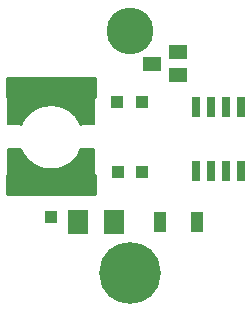
<source format=gts>
G75*
%MOIN*%
%OFA0B0*%
%FSLAX25Y25*%
%IPPOS*%
%LPD*%
%AMOC8*
5,1,8,0,0,1.08239X$1,22.5*
%
%ADD10C,0.01000*%
%ADD11R,0.05600X0.05600*%
%ADD12C,0.00500*%
%ADD13C,0.00160*%
%ADD14R,0.06112X0.04537*%
%ADD15R,0.04143X0.06899*%
%ADD16R,0.02765X0.06506*%
%ADD17R,0.06899X0.08080*%
%ADD18C,0.15600*%
%ADD19C,0.20600*%
%ADD20R,0.04362X0.04362*%
D10*
X0046125Y0039938D02*
X0046125Y0046187D01*
X0075188Y0046187D01*
X0075188Y0039938D01*
X0046125Y0039938D01*
X0046125Y0040442D02*
X0075188Y0040442D01*
X0075188Y0041440D02*
X0046125Y0041440D01*
X0046125Y0042439D02*
X0075188Y0042439D01*
X0075188Y0043437D02*
X0046125Y0043437D01*
X0046125Y0044436D02*
X0075188Y0044436D01*
X0075188Y0045434D02*
X0046125Y0045434D01*
X0046125Y0072438D02*
X0046125Y0078688D01*
X0075188Y0078688D01*
X0075188Y0072438D01*
X0046125Y0072438D01*
X0046125Y0073393D02*
X0075188Y0073393D01*
X0075188Y0074391D02*
X0046125Y0074391D01*
X0046125Y0075390D02*
X0075188Y0075390D01*
X0075188Y0076388D02*
X0046125Y0076388D01*
X0046125Y0077387D02*
X0075188Y0077387D01*
X0075188Y0078385D02*
X0046125Y0078385D01*
D11*
X0072311Y0070811D03*
X0072311Y0047189D03*
D12*
X0074870Y0047363D02*
X0046130Y0047363D01*
X0046130Y0046865D02*
X0074870Y0046865D01*
X0074870Y0046366D02*
X0046130Y0046366D01*
X0046130Y0045868D02*
X0074870Y0045868D01*
X0074870Y0045369D02*
X0046130Y0045369D01*
X0046130Y0044870D02*
X0074870Y0044870D01*
X0074870Y0044630D02*
X0074870Y0054866D01*
X0070343Y0054866D01*
X0070021Y0053583D01*
X0069493Y0052371D01*
X0068773Y0051261D01*
X0067881Y0050284D01*
X0066841Y0049467D01*
X0065681Y0048832D01*
X0064432Y0048396D01*
X0063129Y0048170D01*
X0061806Y0048162D01*
X0060500Y0048370D01*
X0059201Y0048209D01*
X0057894Y0048253D01*
X0056609Y0048501D01*
X0055379Y0048947D01*
X0054233Y0049580D01*
X0053201Y0050384D01*
X0052308Y0051340D01*
X0051574Y0052424D01*
X0051020Y0053609D01*
X0050657Y0054866D01*
X0046130Y0054866D01*
X0046130Y0044630D01*
X0074870Y0044630D01*
X0074870Y0047862D02*
X0046130Y0047862D01*
X0046130Y0048360D02*
X0057338Y0048360D01*
X0055622Y0048859D02*
X0046130Y0048859D01*
X0046130Y0049357D02*
X0054636Y0049357D01*
X0053879Y0049856D02*
X0046130Y0049856D01*
X0046130Y0050354D02*
X0053239Y0050354D01*
X0052763Y0050853D02*
X0046130Y0050853D01*
X0046130Y0051351D02*
X0052300Y0051351D01*
X0051963Y0051850D02*
X0046130Y0051850D01*
X0046130Y0052348D02*
X0051625Y0052348D01*
X0051376Y0052847D02*
X0046130Y0052847D01*
X0046130Y0053345D02*
X0051143Y0053345D01*
X0050952Y0053844D02*
X0046130Y0053844D01*
X0046130Y0054342D02*
X0050808Y0054342D01*
X0050665Y0054841D02*
X0046130Y0054841D01*
X0046130Y0063134D02*
X0046130Y0073370D01*
X0074870Y0073370D01*
X0074870Y0063134D01*
X0070343Y0063134D01*
X0069980Y0064391D01*
X0069426Y0065576D01*
X0068692Y0066660D01*
X0067799Y0067616D01*
X0066767Y0068420D01*
X0065621Y0069053D01*
X0064391Y0069499D01*
X0063106Y0069747D01*
X0061799Y0069791D01*
X0060500Y0069630D01*
X0059194Y0069838D01*
X0057871Y0069830D01*
X0056568Y0069604D01*
X0055319Y0069168D01*
X0054159Y0068533D01*
X0053119Y0067716D01*
X0052227Y0066739D01*
X0051507Y0065629D01*
X0050979Y0064417D01*
X0050657Y0063134D01*
X0046130Y0063134D01*
X0046130Y0063315D02*
X0050703Y0063315D01*
X0050828Y0063814D02*
X0046130Y0063814D01*
X0046130Y0064312D02*
X0050953Y0064312D01*
X0051151Y0064811D02*
X0046130Y0064811D01*
X0046130Y0065309D02*
X0051368Y0065309D01*
X0051623Y0065808D02*
X0046130Y0065808D01*
X0046130Y0066306D02*
X0051947Y0066306D01*
X0052287Y0066805D02*
X0046130Y0066805D01*
X0046130Y0067303D02*
X0052743Y0067303D01*
X0053229Y0067802D02*
X0046130Y0067802D01*
X0046130Y0068301D02*
X0053864Y0068301D01*
X0054646Y0068799D02*
X0046130Y0068799D01*
X0046130Y0069298D02*
X0055691Y0069298D01*
X0057677Y0069796D02*
X0046130Y0069796D01*
X0046130Y0070295D02*
X0074870Y0070295D01*
X0074870Y0070793D02*
X0046130Y0070793D01*
X0046130Y0071292D02*
X0074870Y0071292D01*
X0074870Y0071790D02*
X0046130Y0071790D01*
X0046130Y0072289D02*
X0074870Y0072289D01*
X0074870Y0072787D02*
X0046130Y0072787D01*
X0046130Y0073286D02*
X0074870Y0073286D01*
X0074870Y0069796D02*
X0059459Y0069796D01*
X0064947Y0069298D02*
X0074870Y0069298D01*
X0074870Y0068799D02*
X0066081Y0068799D01*
X0066920Y0068301D02*
X0074870Y0068301D01*
X0074870Y0067802D02*
X0067560Y0067802D01*
X0068091Y0067303D02*
X0074870Y0067303D01*
X0074870Y0066805D02*
X0068557Y0066805D01*
X0068932Y0066306D02*
X0074870Y0066306D01*
X0074870Y0065808D02*
X0069269Y0065808D01*
X0069551Y0065309D02*
X0074870Y0065309D01*
X0074870Y0064811D02*
X0069784Y0064811D01*
X0070003Y0064312D02*
X0074870Y0064312D01*
X0074870Y0063814D02*
X0070147Y0063814D01*
X0070290Y0063315D02*
X0074870Y0063315D01*
X0074870Y0054841D02*
X0070336Y0054841D01*
X0070211Y0054342D02*
X0074870Y0054342D01*
X0074870Y0053844D02*
X0070086Y0053844D01*
X0069917Y0053345D02*
X0074870Y0053345D01*
X0074870Y0052847D02*
X0069700Y0052847D01*
X0069478Y0052348D02*
X0074870Y0052348D01*
X0074870Y0051850D02*
X0069155Y0051850D01*
X0068831Y0051351D02*
X0074870Y0051351D01*
X0074870Y0050853D02*
X0068400Y0050853D01*
X0067944Y0050354D02*
X0074870Y0050354D01*
X0074870Y0049856D02*
X0067335Y0049856D01*
X0066639Y0049357D02*
X0074870Y0049357D01*
X0074870Y0048859D02*
X0065729Y0048859D01*
X0064225Y0048360D02*
X0074870Y0048360D01*
X0060563Y0048360D02*
X0060419Y0048360D01*
D13*
X0071604Y0063643D02*
X0070277Y0063085D01*
X0070172Y0063323D01*
X0070060Y0063558D01*
X0069944Y0063790D01*
X0069821Y0064019D01*
X0069693Y0064245D01*
X0069559Y0064468D01*
X0069420Y0064688D01*
X0069276Y0064904D01*
X0069126Y0065117D01*
X0068972Y0065326D01*
X0068812Y0065531D01*
X0068647Y0065732D01*
X0068478Y0065929D01*
X0068304Y0066122D01*
X0068125Y0066310D01*
X0067941Y0066494D01*
X0067753Y0066674D01*
X0067561Y0066849D01*
X0067364Y0067019D01*
X0067164Y0067184D01*
X0066959Y0067345D01*
X0066751Y0067500D01*
X0066539Y0067650D01*
X0066323Y0067796D01*
X0066104Y0067935D01*
X0065882Y0068070D01*
X0065656Y0068198D01*
X0065427Y0068322D01*
X0065195Y0068440D01*
X0064961Y0068552D01*
X0064724Y0068658D01*
X0064484Y0068758D01*
X0064242Y0068853D01*
X0063997Y0068942D01*
X0063751Y0069024D01*
X0063503Y0069101D01*
X0063252Y0069171D01*
X0063001Y0069236D01*
X0062747Y0069294D01*
X0062493Y0069346D01*
X0062237Y0069392D01*
X0061980Y0069432D01*
X0061722Y0069465D01*
X0061463Y0069492D01*
X0061204Y0069513D01*
X0060945Y0069527D01*
X0060685Y0069535D01*
X0060425Y0069537D01*
X0060165Y0069532D01*
X0059906Y0069521D01*
X0059646Y0069504D01*
X0059387Y0069480D01*
X0059129Y0069450D01*
X0058872Y0069414D01*
X0058615Y0069372D01*
X0058360Y0069323D01*
X0058106Y0069268D01*
X0057853Y0069207D01*
X0057602Y0069140D01*
X0057353Y0069066D01*
X0057105Y0068987D01*
X0056860Y0068901D01*
X0056617Y0068810D01*
X0056375Y0068713D01*
X0056137Y0068610D01*
X0055901Y0068501D01*
X0055668Y0068386D01*
X0055437Y0068266D01*
X0055210Y0068140D01*
X0054986Y0068008D01*
X0054765Y0067872D01*
X0054547Y0067729D01*
X0054333Y0067582D01*
X0054123Y0067429D01*
X0053916Y0067272D01*
X0053713Y0067109D01*
X0053515Y0066941D01*
X0053320Y0066769D01*
X0053130Y0066592D01*
X0052944Y0066410D01*
X0052762Y0066224D01*
X0052586Y0066033D01*
X0052413Y0065839D01*
X0052246Y0065640D01*
X0052084Y0065437D01*
X0051926Y0065230D01*
X0051774Y0065019D01*
X0051627Y0064805D01*
X0051485Y0064587D01*
X0051349Y0064366D01*
X0051217Y0064142D01*
X0051092Y0063914D01*
X0050972Y0063683D01*
X0050858Y0063450D01*
X0050749Y0063214D01*
X0050646Y0062975D01*
X0049313Y0063518D01*
X0049429Y0063790D01*
X0049552Y0064058D01*
X0049682Y0064323D01*
X0049818Y0064585D01*
X0049960Y0064844D01*
X0050109Y0065099D01*
X0050264Y0065351D01*
X0050425Y0065598D01*
X0050592Y0065842D01*
X0050765Y0066081D01*
X0050943Y0066316D01*
X0051128Y0066547D01*
X0051318Y0066773D01*
X0051513Y0066994D01*
X0051714Y0067211D01*
X0051920Y0067422D01*
X0052131Y0067629D01*
X0052347Y0067830D01*
X0052568Y0068026D01*
X0052793Y0068217D01*
X0053023Y0068402D01*
X0053258Y0068581D01*
X0053497Y0068754D01*
X0053740Y0068922D01*
X0053987Y0069084D01*
X0054238Y0069239D01*
X0054493Y0069389D01*
X0054751Y0069532D01*
X0055013Y0069669D01*
X0055278Y0069799D01*
X0055546Y0069923D01*
X0055817Y0070040D01*
X0056091Y0070151D01*
X0056367Y0070255D01*
X0056646Y0070352D01*
X0056927Y0070442D01*
X0057210Y0070525D01*
X0057495Y0070602D01*
X0057782Y0070671D01*
X0058071Y0070734D01*
X0058361Y0070789D01*
X0058652Y0070837D01*
X0058945Y0070879D01*
X0059238Y0070913D01*
X0059532Y0070939D01*
X0059827Y0070959D01*
X0060122Y0070972D01*
X0060417Y0070977D01*
X0060712Y0070975D01*
X0061007Y0070966D01*
X0061302Y0070949D01*
X0061597Y0070926D01*
X0061890Y0070895D01*
X0062183Y0070857D01*
X0062475Y0070812D01*
X0062766Y0070760D01*
X0063055Y0070701D01*
X0063343Y0070635D01*
X0063629Y0070561D01*
X0063913Y0070481D01*
X0064195Y0070394D01*
X0064475Y0070300D01*
X0064752Y0070199D01*
X0065027Y0070092D01*
X0065300Y0069978D01*
X0065569Y0069857D01*
X0065836Y0069729D01*
X0066099Y0069596D01*
X0066359Y0069455D01*
X0066615Y0069309D01*
X0066868Y0069156D01*
X0067117Y0068997D01*
X0067362Y0068832D01*
X0067602Y0068662D01*
X0067839Y0068485D01*
X0068071Y0068303D01*
X0068299Y0068115D01*
X0068522Y0067921D01*
X0068740Y0067722D01*
X0068954Y0067518D01*
X0069162Y0067309D01*
X0069365Y0067095D01*
X0069563Y0066875D01*
X0069755Y0066651D01*
X0069942Y0066423D01*
X0070124Y0066190D01*
X0070299Y0065952D01*
X0070469Y0065711D01*
X0070633Y0065465D01*
X0070790Y0065215D01*
X0070942Y0064962D01*
X0071087Y0064705D01*
X0071226Y0064444D01*
X0071359Y0064181D01*
X0071485Y0063914D01*
X0071605Y0063644D01*
X0071465Y0063585D01*
X0071347Y0063852D01*
X0071223Y0064115D01*
X0071092Y0064376D01*
X0070954Y0064633D01*
X0070811Y0064887D01*
X0070661Y0065137D01*
X0070506Y0065384D01*
X0070344Y0065626D01*
X0070176Y0065865D01*
X0070003Y0066099D01*
X0069824Y0066329D01*
X0069639Y0066555D01*
X0069449Y0066776D01*
X0069254Y0066993D01*
X0069053Y0067204D01*
X0068848Y0067411D01*
X0068637Y0067612D01*
X0068421Y0067809D01*
X0068201Y0068000D01*
X0067976Y0068185D01*
X0067747Y0068365D01*
X0067513Y0068540D01*
X0067275Y0068708D01*
X0067033Y0068871D01*
X0066788Y0069028D01*
X0066538Y0069179D01*
X0066285Y0069324D01*
X0066028Y0069462D01*
X0065768Y0069594D01*
X0065505Y0069720D01*
X0065239Y0069839D01*
X0064970Y0069952D01*
X0064699Y0070058D01*
X0064425Y0070158D01*
X0064148Y0070250D01*
X0063870Y0070336D01*
X0063589Y0070416D01*
X0063307Y0070488D01*
X0063023Y0070553D01*
X0062737Y0070612D01*
X0062450Y0070663D01*
X0062162Y0070708D01*
X0061873Y0070745D01*
X0061583Y0070775D01*
X0061292Y0070799D01*
X0061001Y0070815D01*
X0060709Y0070824D01*
X0060418Y0070826D01*
X0060126Y0070821D01*
X0059835Y0070808D01*
X0059544Y0070789D01*
X0059254Y0070762D01*
X0058964Y0070729D01*
X0058675Y0070688D01*
X0058388Y0070640D01*
X0058101Y0070586D01*
X0057816Y0070524D01*
X0057533Y0070456D01*
X0057251Y0070380D01*
X0056972Y0070298D01*
X0056694Y0070209D01*
X0056419Y0070113D01*
X0056146Y0070010D01*
X0055875Y0069901D01*
X0055608Y0069785D01*
X0055343Y0069663D01*
X0055082Y0069534D01*
X0054823Y0069399D01*
X0054568Y0069258D01*
X0054317Y0069110D01*
X0054069Y0068957D01*
X0053825Y0068797D01*
X0053585Y0068632D01*
X0053349Y0068460D01*
X0053117Y0068283D01*
X0052890Y0068101D01*
X0052667Y0067912D01*
X0052449Y0067719D01*
X0052236Y0067520D01*
X0052027Y0067316D01*
X0051824Y0067107D01*
X0051626Y0066894D01*
X0051433Y0066675D01*
X0051245Y0066452D01*
X0051063Y0066224D01*
X0050887Y0065992D01*
X0050716Y0065755D01*
X0050551Y0065515D01*
X0050392Y0065271D01*
X0050239Y0065022D01*
X0050092Y0064770D01*
X0049952Y0064515D01*
X0049817Y0064256D01*
X0049689Y0063994D01*
X0049568Y0063729D01*
X0049452Y0063461D01*
X0049592Y0063404D01*
X0049706Y0063669D01*
X0049826Y0063931D01*
X0049952Y0064189D01*
X0050085Y0064445D01*
X0050224Y0064697D01*
X0050369Y0064945D01*
X0050520Y0065190D01*
X0050677Y0065432D01*
X0050840Y0065669D01*
X0051008Y0065903D01*
X0051183Y0066132D01*
X0051362Y0066357D01*
X0051548Y0066577D01*
X0051738Y0066793D01*
X0051934Y0067004D01*
X0052135Y0067210D01*
X0052340Y0067411D01*
X0052551Y0067608D01*
X0052766Y0067799D01*
X0052986Y0067984D01*
X0053211Y0068165D01*
X0053439Y0068339D01*
X0053672Y0068509D01*
X0053909Y0068672D01*
X0054150Y0068830D01*
X0054395Y0068981D01*
X0054643Y0069127D01*
X0054895Y0069266D01*
X0055150Y0069400D01*
X0055408Y0069527D01*
X0055670Y0069647D01*
X0055934Y0069762D01*
X0056201Y0069869D01*
X0056470Y0069971D01*
X0056742Y0070065D01*
X0057016Y0070153D01*
X0057292Y0070235D01*
X0057571Y0070309D01*
X0057850Y0070377D01*
X0058132Y0070438D01*
X0058414Y0070492D01*
X0058698Y0070539D01*
X0058983Y0070579D01*
X0059269Y0070612D01*
X0059556Y0070638D01*
X0059843Y0070658D01*
X0060131Y0070670D01*
X0060419Y0070675D01*
X0060707Y0070673D01*
X0060994Y0070664D01*
X0061282Y0070648D01*
X0061569Y0070625D01*
X0061855Y0070595D01*
X0062140Y0070558D01*
X0062425Y0070514D01*
X0062708Y0070464D01*
X0062990Y0070406D01*
X0063271Y0070341D01*
X0063550Y0070270D01*
X0063827Y0070192D01*
X0064102Y0070107D01*
X0064375Y0070015D01*
X0064645Y0069917D01*
X0064913Y0069812D01*
X0065179Y0069701D01*
X0065442Y0069583D01*
X0065701Y0069459D01*
X0065958Y0069328D01*
X0066211Y0069192D01*
X0066461Y0069049D01*
X0066708Y0068900D01*
X0066950Y0068745D01*
X0067189Y0068585D01*
X0067424Y0068418D01*
X0067655Y0068246D01*
X0067881Y0068068D01*
X0068103Y0067885D01*
X0068321Y0067696D01*
X0068533Y0067502D01*
X0068741Y0067303D01*
X0068944Y0067099D01*
X0069143Y0066891D01*
X0069335Y0066677D01*
X0069523Y0066459D01*
X0069705Y0066236D01*
X0069882Y0066009D01*
X0070053Y0065777D01*
X0070219Y0065542D01*
X0070378Y0065302D01*
X0070532Y0065059D01*
X0070680Y0064812D01*
X0070822Y0064561D01*
X0070957Y0064307D01*
X0071087Y0064050D01*
X0071210Y0063790D01*
X0071326Y0063527D01*
X0071187Y0063468D01*
X0071072Y0063728D01*
X0070950Y0063985D01*
X0070823Y0064239D01*
X0070689Y0064489D01*
X0070549Y0064737D01*
X0070403Y0064980D01*
X0070251Y0065221D01*
X0070094Y0065457D01*
X0069930Y0065690D01*
X0069761Y0065918D01*
X0069587Y0066142D01*
X0069407Y0066362D01*
X0069222Y0066578D01*
X0069031Y0066789D01*
X0068836Y0066995D01*
X0068635Y0067196D01*
X0068430Y0067392D01*
X0068220Y0067584D01*
X0068005Y0067770D01*
X0067786Y0067951D01*
X0067562Y0068126D01*
X0067335Y0068296D01*
X0067103Y0068461D01*
X0066867Y0068619D01*
X0066627Y0068772D01*
X0066384Y0068919D01*
X0066138Y0069060D01*
X0065887Y0069195D01*
X0065634Y0069324D01*
X0065378Y0069446D01*
X0065118Y0069562D01*
X0064856Y0069672D01*
X0064592Y0069776D01*
X0064325Y0069873D01*
X0064055Y0069963D01*
X0063784Y0070047D01*
X0063510Y0070124D01*
X0063235Y0070195D01*
X0062958Y0070258D01*
X0062680Y0070315D01*
X0062400Y0070365D01*
X0062119Y0070409D01*
X0061837Y0070445D01*
X0061555Y0070475D01*
X0061271Y0070497D01*
X0060988Y0070513D01*
X0060704Y0070522D01*
X0060420Y0070524D01*
X0060135Y0070519D01*
X0059852Y0070507D01*
X0059568Y0070488D01*
X0059285Y0070462D01*
X0059003Y0070429D01*
X0058721Y0070390D01*
X0058441Y0070343D01*
X0058162Y0070290D01*
X0057884Y0070230D01*
X0057608Y0070163D01*
X0057334Y0070089D01*
X0057061Y0070009D01*
X0056790Y0069922D01*
X0056522Y0069829D01*
X0056256Y0069729D01*
X0055993Y0069622D01*
X0055732Y0069510D01*
X0055474Y0069391D01*
X0055219Y0069265D01*
X0054967Y0069134D01*
X0054718Y0068996D01*
X0054473Y0068852D01*
X0054232Y0068702D01*
X0053994Y0068547D01*
X0053760Y0068386D01*
X0053530Y0068219D01*
X0053304Y0068046D01*
X0053083Y0067868D01*
X0052866Y0067685D01*
X0052653Y0067496D01*
X0052445Y0067303D01*
X0052242Y0067104D01*
X0052044Y0066900D01*
X0051850Y0066692D01*
X0051662Y0066479D01*
X0051480Y0066261D01*
X0051302Y0066040D01*
X0051130Y0065813D01*
X0050964Y0065583D01*
X0050803Y0065349D01*
X0050648Y0065110D01*
X0050499Y0064869D01*
X0050356Y0064623D01*
X0050219Y0064374D01*
X0050088Y0064122D01*
X0049963Y0063867D01*
X0049844Y0063609D01*
X0049732Y0063347D01*
X0049872Y0063290D01*
X0049983Y0063548D01*
X0050100Y0063803D01*
X0050223Y0064055D01*
X0050352Y0064304D01*
X0050488Y0064549D01*
X0050629Y0064792D01*
X0050776Y0065030D01*
X0050929Y0065265D01*
X0051088Y0065497D01*
X0051252Y0065724D01*
X0051422Y0065947D01*
X0051597Y0066166D01*
X0051777Y0066381D01*
X0051963Y0066591D01*
X0052154Y0066797D01*
X0052349Y0066998D01*
X0052550Y0067194D01*
X0052755Y0067385D01*
X0052965Y0067571D01*
X0053179Y0067752D01*
X0053398Y0067928D01*
X0053621Y0068098D01*
X0053848Y0068263D01*
X0054079Y0068422D01*
X0054313Y0068575D01*
X0054552Y0068723D01*
X0054794Y0068865D01*
X0055039Y0069001D01*
X0055288Y0069131D01*
X0055539Y0069254D01*
X0055794Y0069372D01*
X0056051Y0069483D01*
X0056311Y0069588D01*
X0056574Y0069687D01*
X0056839Y0069779D01*
X0057106Y0069865D01*
X0057375Y0069944D01*
X0057646Y0070017D01*
X0057918Y0070083D01*
X0058192Y0070142D01*
X0058468Y0070195D01*
X0058744Y0070240D01*
X0059022Y0070280D01*
X0059301Y0070312D01*
X0059580Y0070337D01*
X0059860Y0070356D01*
X0060140Y0070368D01*
X0060420Y0070373D01*
X0060701Y0070371D01*
X0060981Y0070362D01*
X0061261Y0070347D01*
X0061541Y0070324D01*
X0061820Y0070295D01*
X0062098Y0070259D01*
X0062375Y0070217D01*
X0062651Y0070167D01*
X0062926Y0070111D01*
X0063199Y0070048D01*
X0063471Y0069978D01*
X0063741Y0069902D01*
X0064009Y0069819D01*
X0064275Y0069730D01*
X0064538Y0069635D01*
X0064799Y0069532D01*
X0065058Y0069424D01*
X0065314Y0069309D01*
X0065567Y0069188D01*
X0065817Y0069061D01*
X0066064Y0068928D01*
X0066307Y0068789D01*
X0066547Y0068644D01*
X0066784Y0068493D01*
X0067017Y0068337D01*
X0067245Y0068174D01*
X0067470Y0068007D01*
X0067691Y0067834D01*
X0067907Y0067655D01*
X0068119Y0067471D01*
X0068326Y0067283D01*
X0068529Y0067089D01*
X0068727Y0066890D01*
X0068920Y0066687D01*
X0069108Y0066478D01*
X0069291Y0066266D01*
X0069468Y0066049D01*
X0069641Y0065827D01*
X0069807Y0065602D01*
X0069969Y0065372D01*
X0070124Y0065139D01*
X0070274Y0064902D01*
X0070418Y0064661D01*
X0070556Y0064417D01*
X0070688Y0064170D01*
X0070814Y0063919D01*
X0070934Y0063666D01*
X0071048Y0063409D01*
X0070909Y0063351D01*
X0070796Y0063604D01*
X0070678Y0063854D01*
X0070554Y0064101D01*
X0070423Y0064345D01*
X0070287Y0064586D01*
X0070145Y0064824D01*
X0069997Y0065058D01*
X0069843Y0065288D01*
X0069684Y0065514D01*
X0069520Y0065737D01*
X0069350Y0065955D01*
X0069174Y0066169D01*
X0068994Y0066379D01*
X0068809Y0066585D01*
X0068618Y0066785D01*
X0068423Y0066981D01*
X0068223Y0067173D01*
X0068018Y0067359D01*
X0067809Y0067540D01*
X0067596Y0067716D01*
X0067378Y0067887D01*
X0067156Y0068053D01*
X0066930Y0068213D01*
X0066701Y0068367D01*
X0066467Y0068516D01*
X0066230Y0068659D01*
X0065990Y0068796D01*
X0065747Y0068928D01*
X0065500Y0069053D01*
X0065250Y0069172D01*
X0064998Y0069286D01*
X0064742Y0069393D01*
X0064485Y0069493D01*
X0064225Y0069588D01*
X0063962Y0069676D01*
X0063698Y0069757D01*
X0063431Y0069833D01*
X0063163Y0069901D01*
X0062894Y0069963D01*
X0062622Y0070019D01*
X0062350Y0070068D01*
X0062077Y0070110D01*
X0061802Y0070145D01*
X0061527Y0070174D01*
X0061251Y0070196D01*
X0060975Y0070211D01*
X0060698Y0070220D01*
X0060421Y0070222D01*
X0060145Y0070217D01*
X0059868Y0070205D01*
X0059592Y0070187D01*
X0059316Y0070162D01*
X0059041Y0070130D01*
X0058767Y0070091D01*
X0058494Y0070046D01*
X0058223Y0069994D01*
X0057952Y0069936D01*
X0057683Y0069870D01*
X0057416Y0069799D01*
X0057150Y0069721D01*
X0056887Y0069636D01*
X0056625Y0069545D01*
X0056366Y0069448D01*
X0056110Y0069344D01*
X0055856Y0069234D01*
X0055605Y0069118D01*
X0055356Y0068996D01*
X0055111Y0068868D01*
X0054869Y0068734D01*
X0054630Y0068594D01*
X0054395Y0068448D01*
X0054163Y0068297D01*
X0053935Y0068140D01*
X0053711Y0067977D01*
X0053491Y0067809D01*
X0053276Y0067636D01*
X0053064Y0067457D01*
X0052857Y0067274D01*
X0052655Y0067085D01*
X0052457Y0066892D01*
X0052264Y0066693D01*
X0052075Y0066491D01*
X0051892Y0066283D01*
X0051714Y0066071D01*
X0051541Y0065855D01*
X0051374Y0065635D01*
X0051212Y0065410D01*
X0051055Y0065182D01*
X0050904Y0064950D01*
X0050759Y0064715D01*
X0050619Y0064476D01*
X0050486Y0064233D01*
X0050358Y0063988D01*
X0050237Y0063739D01*
X0050121Y0063488D01*
X0050012Y0063234D01*
X0050152Y0063177D01*
X0050260Y0063427D01*
X0050374Y0063675D01*
X0050494Y0063921D01*
X0050619Y0064163D01*
X0050751Y0064402D01*
X0050889Y0064638D01*
X0051032Y0064870D01*
X0051181Y0065099D01*
X0051336Y0065324D01*
X0051496Y0065546D01*
X0051661Y0065763D01*
X0051831Y0065976D01*
X0052007Y0066185D01*
X0052188Y0066390D01*
X0052374Y0066590D01*
X0052564Y0066786D01*
X0052759Y0066976D01*
X0052959Y0067162D01*
X0053163Y0067344D01*
X0053372Y0067520D01*
X0053585Y0067691D01*
X0053802Y0067856D01*
X0054023Y0068017D01*
X0054248Y0068172D01*
X0054476Y0068321D01*
X0054708Y0068465D01*
X0054944Y0068603D01*
X0055183Y0068735D01*
X0055425Y0068862D01*
X0055670Y0068982D01*
X0055918Y0069097D01*
X0056168Y0069205D01*
X0056422Y0069307D01*
X0056677Y0069403D01*
X0056935Y0069493D01*
X0057195Y0069576D01*
X0057457Y0069654D01*
X0057721Y0069724D01*
X0057986Y0069788D01*
X0058253Y0069846D01*
X0058521Y0069897D01*
X0058790Y0069942D01*
X0059061Y0069980D01*
X0059332Y0070011D01*
X0059604Y0070036D01*
X0059876Y0070054D01*
X0060149Y0070066D01*
X0060422Y0070071D01*
X0060695Y0070069D01*
X0060968Y0070061D01*
X0061241Y0070045D01*
X0061513Y0070024D01*
X0061784Y0069995D01*
X0062055Y0069960D01*
X0062325Y0069919D01*
X0062594Y0069871D01*
X0062861Y0069816D01*
X0063127Y0069755D01*
X0063392Y0069687D01*
X0063655Y0069613D01*
X0063916Y0069532D01*
X0064174Y0069445D01*
X0064431Y0069352D01*
X0064685Y0069253D01*
X0064937Y0069147D01*
X0065186Y0069036D01*
X0065433Y0068918D01*
X0065676Y0068794D01*
X0065916Y0068665D01*
X0066154Y0068529D01*
X0066387Y0068388D01*
X0066617Y0068241D01*
X0066844Y0068089D01*
X0067067Y0067931D01*
X0067286Y0067768D01*
X0067500Y0067599D01*
X0067711Y0067425D01*
X0067917Y0067247D01*
X0068119Y0067063D01*
X0068317Y0066874D01*
X0068509Y0066681D01*
X0068697Y0066482D01*
X0068880Y0066280D01*
X0069058Y0066073D01*
X0069231Y0065862D01*
X0069399Y0065646D01*
X0069561Y0065427D01*
X0069718Y0065203D01*
X0069870Y0064976D01*
X0070016Y0064745D01*
X0070156Y0064511D01*
X0070291Y0064273D01*
X0070419Y0064033D01*
X0070542Y0063789D01*
X0070659Y0063542D01*
X0070769Y0063292D01*
X0070630Y0063234D01*
X0070521Y0063480D01*
X0070406Y0063723D01*
X0070285Y0063964D01*
X0070158Y0064202D01*
X0070025Y0064436D01*
X0069887Y0064667D01*
X0069743Y0064895D01*
X0069593Y0065119D01*
X0069438Y0065339D01*
X0069278Y0065556D01*
X0069113Y0065768D01*
X0068942Y0065976D01*
X0068766Y0066181D01*
X0068586Y0066380D01*
X0068401Y0066576D01*
X0068210Y0066767D01*
X0068016Y0066953D01*
X0067817Y0067134D01*
X0067613Y0067310D01*
X0067405Y0067482D01*
X0067193Y0067648D01*
X0066977Y0067809D01*
X0066758Y0067965D01*
X0066534Y0068115D01*
X0066307Y0068260D01*
X0066077Y0068399D01*
X0065843Y0068533D01*
X0065606Y0068661D01*
X0065366Y0068783D01*
X0065123Y0068899D01*
X0064877Y0069009D01*
X0064628Y0069113D01*
X0064378Y0069211D01*
X0064124Y0069303D01*
X0063869Y0069389D01*
X0063612Y0069468D01*
X0063352Y0069541D01*
X0063092Y0069608D01*
X0062829Y0069668D01*
X0062565Y0069722D01*
X0062300Y0069770D01*
X0062034Y0069811D01*
X0061767Y0069845D01*
X0061499Y0069873D01*
X0061230Y0069895D01*
X0060962Y0069910D01*
X0060692Y0069918D01*
X0060423Y0069920D01*
X0060154Y0069915D01*
X0059885Y0069904D01*
X0059616Y0069886D01*
X0059348Y0069861D01*
X0059080Y0069830D01*
X0058813Y0069793D01*
X0058548Y0069749D01*
X0058283Y0069698D01*
X0058020Y0069641D01*
X0057758Y0069578D01*
X0057498Y0069508D01*
X0057240Y0069432D01*
X0056983Y0069350D01*
X0056729Y0069261D01*
X0056477Y0069167D01*
X0056227Y0069066D01*
X0055980Y0068959D01*
X0055735Y0068846D01*
X0055493Y0068727D01*
X0055255Y0068602D01*
X0055019Y0068472D01*
X0054787Y0068336D01*
X0054558Y0068194D01*
X0054332Y0068047D01*
X0054111Y0067894D01*
X0053893Y0067736D01*
X0053679Y0067572D01*
X0053469Y0067404D01*
X0053263Y0067230D01*
X0053061Y0067051D01*
X0052864Y0066868D01*
X0052671Y0066679D01*
X0052484Y0066486D01*
X0052300Y0066289D01*
X0052122Y0066087D01*
X0051949Y0065881D01*
X0051780Y0065671D01*
X0051617Y0065456D01*
X0051460Y0065238D01*
X0051307Y0065016D01*
X0051160Y0064790D01*
X0051019Y0064561D01*
X0050883Y0064328D01*
X0050753Y0064093D01*
X0050629Y0063854D01*
X0050510Y0063612D01*
X0050398Y0063367D01*
X0050291Y0063120D01*
X0050431Y0063063D01*
X0050536Y0063307D01*
X0050647Y0063548D01*
X0050764Y0063786D01*
X0050887Y0064022D01*
X0051015Y0064255D01*
X0051149Y0064484D01*
X0051288Y0064710D01*
X0051433Y0064933D01*
X0051584Y0065152D01*
X0051739Y0065367D01*
X0051900Y0065578D01*
X0052066Y0065786D01*
X0052237Y0065989D01*
X0052413Y0066188D01*
X0052593Y0066383D01*
X0052779Y0066573D01*
X0052969Y0066759D01*
X0053163Y0066940D01*
X0053362Y0067116D01*
X0053565Y0067287D01*
X0053772Y0067454D01*
X0053983Y0067615D01*
X0054198Y0067771D01*
X0054417Y0067922D01*
X0054639Y0068067D01*
X0054865Y0068207D01*
X0055094Y0068341D01*
X0055327Y0068470D01*
X0055562Y0068593D01*
X0055801Y0068710D01*
X0056042Y0068821D01*
X0056285Y0068927D01*
X0056532Y0069026D01*
X0056780Y0069119D01*
X0057031Y0069207D01*
X0057284Y0069288D01*
X0057539Y0069363D01*
X0057796Y0069432D01*
X0058054Y0069494D01*
X0058313Y0069550D01*
X0058574Y0069600D01*
X0058836Y0069643D01*
X0059099Y0069680D01*
X0059363Y0069711D01*
X0059628Y0069735D01*
X0059893Y0069753D01*
X0060158Y0069764D01*
X0060424Y0069769D01*
X0060689Y0069767D01*
X0060955Y0069759D01*
X0061220Y0069744D01*
X0061485Y0069723D01*
X0061749Y0069695D01*
X0062013Y0069661D01*
X0062275Y0069621D01*
X0062537Y0069574D01*
X0062797Y0069521D01*
X0063056Y0069461D01*
X0063313Y0069395D01*
X0063569Y0069323D01*
X0063822Y0069245D01*
X0064074Y0069160D01*
X0064324Y0069070D01*
X0064571Y0068973D01*
X0064816Y0068870D01*
X0065059Y0068762D01*
X0065298Y0068647D01*
X0065535Y0068527D01*
X0065769Y0068401D01*
X0066000Y0068269D01*
X0066227Y0068132D01*
X0066451Y0067989D01*
X0066671Y0067841D01*
X0066888Y0067687D01*
X0067101Y0067529D01*
X0067310Y0067365D01*
X0067515Y0067196D01*
X0067716Y0067022D01*
X0067912Y0066843D01*
X0068104Y0066659D01*
X0068292Y0066471D01*
X0068475Y0066278D01*
X0068653Y0066081D01*
X0068826Y0065880D01*
X0068994Y0065674D01*
X0069157Y0065465D01*
X0069315Y0065251D01*
X0069468Y0065034D01*
X0069616Y0064813D01*
X0069758Y0064589D01*
X0069894Y0064361D01*
X0070025Y0064130D01*
X0070150Y0063895D01*
X0070270Y0063658D01*
X0070383Y0063418D01*
X0070491Y0063175D01*
X0070352Y0063117D01*
X0070246Y0063356D01*
X0070134Y0063593D01*
X0070016Y0063827D01*
X0069892Y0064058D01*
X0069763Y0064286D01*
X0069629Y0064510D01*
X0069488Y0064732D01*
X0069343Y0064950D01*
X0069192Y0065164D01*
X0069037Y0065374D01*
X0068876Y0065581D01*
X0068710Y0065784D01*
X0068539Y0065982D01*
X0068363Y0066176D01*
X0068183Y0066366D01*
X0067998Y0066552D01*
X0067809Y0066733D01*
X0067615Y0066909D01*
X0067417Y0067081D01*
X0067215Y0067247D01*
X0067009Y0067409D01*
X0066799Y0067566D01*
X0066585Y0067717D01*
X0066368Y0067863D01*
X0066147Y0068004D01*
X0065923Y0068139D01*
X0065695Y0068269D01*
X0065465Y0068393D01*
X0065231Y0068512D01*
X0064995Y0068625D01*
X0064756Y0068732D01*
X0064514Y0068833D01*
X0064270Y0068929D01*
X0064024Y0069018D01*
X0063776Y0069101D01*
X0063526Y0069179D01*
X0063274Y0069250D01*
X0063020Y0069315D01*
X0062765Y0069373D01*
X0062508Y0069426D01*
X0062250Y0069472D01*
X0061991Y0069512D01*
X0061731Y0069545D01*
X0061471Y0069573D01*
X0061210Y0069594D01*
X0060948Y0069608D01*
X0060687Y0069616D01*
X0060425Y0069618D01*
X0060163Y0069613D01*
X0059901Y0069602D01*
X0059640Y0069585D01*
X0059379Y0069561D01*
X0059119Y0069531D01*
X0058859Y0069494D01*
X0058601Y0069451D01*
X0058344Y0069402D01*
X0058088Y0069347D01*
X0057833Y0069285D01*
X0057580Y0069218D01*
X0057329Y0069144D01*
X0057079Y0069064D01*
X0056832Y0068978D01*
X0056587Y0068885D01*
X0056344Y0068787D01*
X0056104Y0068683D01*
X0055866Y0068574D01*
X0055631Y0068458D01*
X0055399Y0068337D01*
X0055169Y0068210D01*
X0054944Y0068078D01*
X0054721Y0067940D01*
X0054502Y0067796D01*
X0054286Y0067648D01*
X0054074Y0067494D01*
X0053866Y0067335D01*
X0053661Y0067171D01*
X0053461Y0067002D01*
X0053265Y0066829D01*
X0053074Y0066650D01*
X0052886Y0066467D01*
X0052703Y0066279D01*
X0052525Y0066087D01*
X0052352Y0065891D01*
X0052183Y0065691D01*
X0052020Y0065486D01*
X0051861Y0065278D01*
X0051708Y0065066D01*
X0051559Y0064850D01*
X0051416Y0064630D01*
X0051279Y0064407D01*
X0051147Y0064181D01*
X0051020Y0063952D01*
X0050899Y0063719D01*
X0050784Y0063484D01*
X0050675Y0063246D01*
X0050571Y0063006D01*
X0049396Y0054357D02*
X0050723Y0054915D01*
X0050828Y0054677D01*
X0050940Y0054442D01*
X0051056Y0054210D01*
X0051179Y0053981D01*
X0051307Y0053755D01*
X0051441Y0053532D01*
X0051580Y0053312D01*
X0051724Y0053096D01*
X0051874Y0052883D01*
X0052028Y0052674D01*
X0052188Y0052469D01*
X0052353Y0052268D01*
X0052522Y0052071D01*
X0052696Y0051878D01*
X0052875Y0051690D01*
X0053059Y0051506D01*
X0053247Y0051326D01*
X0053439Y0051151D01*
X0053636Y0050981D01*
X0053836Y0050816D01*
X0054041Y0050655D01*
X0054249Y0050500D01*
X0054461Y0050350D01*
X0054677Y0050204D01*
X0054896Y0050065D01*
X0055118Y0049930D01*
X0055344Y0049802D01*
X0055573Y0049678D01*
X0055805Y0049560D01*
X0056039Y0049448D01*
X0056276Y0049342D01*
X0056516Y0049242D01*
X0056758Y0049147D01*
X0057003Y0049058D01*
X0057249Y0048976D01*
X0057497Y0048899D01*
X0057748Y0048829D01*
X0057999Y0048764D01*
X0058253Y0048706D01*
X0058507Y0048654D01*
X0058763Y0048608D01*
X0059020Y0048568D01*
X0059278Y0048535D01*
X0059537Y0048508D01*
X0059796Y0048487D01*
X0060055Y0048473D01*
X0060315Y0048465D01*
X0060575Y0048463D01*
X0060835Y0048468D01*
X0061094Y0048479D01*
X0061354Y0048496D01*
X0061613Y0048520D01*
X0061871Y0048550D01*
X0062128Y0048586D01*
X0062385Y0048628D01*
X0062640Y0048677D01*
X0062894Y0048732D01*
X0063147Y0048793D01*
X0063398Y0048860D01*
X0063647Y0048934D01*
X0063895Y0049013D01*
X0064140Y0049099D01*
X0064383Y0049190D01*
X0064625Y0049287D01*
X0064863Y0049390D01*
X0065099Y0049499D01*
X0065332Y0049614D01*
X0065563Y0049734D01*
X0065790Y0049860D01*
X0066014Y0049992D01*
X0066235Y0050128D01*
X0066453Y0050271D01*
X0066667Y0050418D01*
X0066877Y0050571D01*
X0067084Y0050728D01*
X0067287Y0050891D01*
X0067485Y0051059D01*
X0067680Y0051231D01*
X0067870Y0051408D01*
X0068056Y0051590D01*
X0068238Y0051776D01*
X0068414Y0051967D01*
X0068587Y0052161D01*
X0068754Y0052360D01*
X0068916Y0052563D01*
X0069074Y0052770D01*
X0069226Y0052981D01*
X0069373Y0053195D01*
X0069515Y0053413D01*
X0069651Y0053634D01*
X0069783Y0053858D01*
X0069908Y0054086D01*
X0070028Y0054317D01*
X0070142Y0054550D01*
X0070251Y0054786D01*
X0070354Y0055025D01*
X0071687Y0054482D01*
X0071571Y0054210D01*
X0071448Y0053942D01*
X0071318Y0053677D01*
X0071182Y0053415D01*
X0071040Y0053156D01*
X0070891Y0052901D01*
X0070736Y0052649D01*
X0070575Y0052402D01*
X0070408Y0052158D01*
X0070235Y0051919D01*
X0070057Y0051684D01*
X0069872Y0051453D01*
X0069682Y0051227D01*
X0069487Y0051006D01*
X0069286Y0050789D01*
X0069080Y0050578D01*
X0068869Y0050371D01*
X0068653Y0050170D01*
X0068432Y0049974D01*
X0068207Y0049783D01*
X0067977Y0049598D01*
X0067742Y0049419D01*
X0067503Y0049246D01*
X0067260Y0049078D01*
X0067013Y0048916D01*
X0066762Y0048761D01*
X0066507Y0048611D01*
X0066249Y0048468D01*
X0065987Y0048331D01*
X0065722Y0048201D01*
X0065454Y0048077D01*
X0065183Y0047960D01*
X0064909Y0047849D01*
X0064633Y0047745D01*
X0064354Y0047648D01*
X0064073Y0047558D01*
X0063790Y0047475D01*
X0063505Y0047398D01*
X0063218Y0047329D01*
X0062929Y0047266D01*
X0062639Y0047211D01*
X0062348Y0047163D01*
X0062055Y0047121D01*
X0061762Y0047087D01*
X0061468Y0047061D01*
X0061173Y0047041D01*
X0060878Y0047028D01*
X0060583Y0047023D01*
X0060288Y0047025D01*
X0059993Y0047034D01*
X0059698Y0047051D01*
X0059403Y0047074D01*
X0059110Y0047105D01*
X0058817Y0047143D01*
X0058525Y0047188D01*
X0058234Y0047240D01*
X0057945Y0047299D01*
X0057657Y0047365D01*
X0057371Y0047439D01*
X0057087Y0047519D01*
X0056805Y0047606D01*
X0056525Y0047700D01*
X0056248Y0047801D01*
X0055973Y0047908D01*
X0055700Y0048022D01*
X0055431Y0048143D01*
X0055164Y0048271D01*
X0054901Y0048404D01*
X0054641Y0048545D01*
X0054385Y0048691D01*
X0054132Y0048844D01*
X0053883Y0049003D01*
X0053638Y0049168D01*
X0053398Y0049338D01*
X0053161Y0049515D01*
X0052929Y0049697D01*
X0052701Y0049885D01*
X0052478Y0050079D01*
X0052260Y0050278D01*
X0052046Y0050482D01*
X0051838Y0050691D01*
X0051635Y0050905D01*
X0051437Y0051125D01*
X0051245Y0051349D01*
X0051058Y0051577D01*
X0050876Y0051810D01*
X0050701Y0052048D01*
X0050531Y0052289D01*
X0050367Y0052535D01*
X0050210Y0052785D01*
X0050058Y0053038D01*
X0049913Y0053295D01*
X0049774Y0053556D01*
X0049641Y0053819D01*
X0049515Y0054086D01*
X0049395Y0054356D01*
X0049535Y0054415D01*
X0049653Y0054148D01*
X0049777Y0053885D01*
X0049908Y0053624D01*
X0050046Y0053367D01*
X0050189Y0053113D01*
X0050339Y0052863D01*
X0050494Y0052616D01*
X0050656Y0052374D01*
X0050824Y0052135D01*
X0050997Y0051901D01*
X0051176Y0051671D01*
X0051361Y0051445D01*
X0051551Y0051224D01*
X0051746Y0051007D01*
X0051947Y0050796D01*
X0052152Y0050589D01*
X0052363Y0050388D01*
X0052579Y0050191D01*
X0052799Y0050000D01*
X0053024Y0049815D01*
X0053253Y0049635D01*
X0053487Y0049460D01*
X0053725Y0049292D01*
X0053967Y0049129D01*
X0054212Y0048972D01*
X0054462Y0048821D01*
X0054715Y0048676D01*
X0054972Y0048538D01*
X0055232Y0048406D01*
X0055495Y0048280D01*
X0055761Y0048161D01*
X0056030Y0048048D01*
X0056301Y0047942D01*
X0056575Y0047842D01*
X0056852Y0047750D01*
X0057130Y0047664D01*
X0057411Y0047584D01*
X0057693Y0047512D01*
X0057977Y0047447D01*
X0058263Y0047388D01*
X0058550Y0047337D01*
X0058838Y0047292D01*
X0059127Y0047255D01*
X0059417Y0047225D01*
X0059708Y0047201D01*
X0059999Y0047185D01*
X0060291Y0047176D01*
X0060582Y0047174D01*
X0060874Y0047179D01*
X0061165Y0047192D01*
X0061456Y0047211D01*
X0061746Y0047238D01*
X0062036Y0047271D01*
X0062325Y0047312D01*
X0062612Y0047360D01*
X0062899Y0047414D01*
X0063184Y0047476D01*
X0063467Y0047544D01*
X0063749Y0047620D01*
X0064028Y0047702D01*
X0064306Y0047791D01*
X0064581Y0047887D01*
X0064854Y0047990D01*
X0065125Y0048099D01*
X0065392Y0048215D01*
X0065657Y0048337D01*
X0065918Y0048466D01*
X0066177Y0048601D01*
X0066432Y0048742D01*
X0066683Y0048890D01*
X0066931Y0049043D01*
X0067175Y0049203D01*
X0067415Y0049368D01*
X0067651Y0049540D01*
X0067883Y0049717D01*
X0068110Y0049899D01*
X0068333Y0050088D01*
X0068551Y0050281D01*
X0068764Y0050480D01*
X0068973Y0050684D01*
X0069176Y0050893D01*
X0069374Y0051106D01*
X0069567Y0051325D01*
X0069755Y0051548D01*
X0069937Y0051776D01*
X0070113Y0052008D01*
X0070284Y0052245D01*
X0070449Y0052485D01*
X0070608Y0052729D01*
X0070761Y0052978D01*
X0070908Y0053230D01*
X0071048Y0053485D01*
X0071183Y0053744D01*
X0071311Y0054006D01*
X0071432Y0054271D01*
X0071548Y0054539D01*
X0071408Y0054596D01*
X0071294Y0054331D01*
X0071174Y0054069D01*
X0071048Y0053811D01*
X0070915Y0053555D01*
X0070776Y0053303D01*
X0070631Y0053055D01*
X0070480Y0052810D01*
X0070323Y0052568D01*
X0070160Y0052331D01*
X0069992Y0052097D01*
X0069817Y0051868D01*
X0069638Y0051643D01*
X0069452Y0051423D01*
X0069262Y0051207D01*
X0069066Y0050996D01*
X0068865Y0050790D01*
X0068660Y0050589D01*
X0068449Y0050392D01*
X0068234Y0050201D01*
X0068014Y0050016D01*
X0067789Y0049835D01*
X0067561Y0049661D01*
X0067328Y0049491D01*
X0067091Y0049328D01*
X0066850Y0049170D01*
X0066605Y0049019D01*
X0066357Y0048873D01*
X0066105Y0048734D01*
X0065850Y0048600D01*
X0065592Y0048473D01*
X0065330Y0048353D01*
X0065066Y0048238D01*
X0064799Y0048131D01*
X0064530Y0048029D01*
X0064258Y0047935D01*
X0063984Y0047847D01*
X0063708Y0047765D01*
X0063429Y0047691D01*
X0063150Y0047623D01*
X0062868Y0047562D01*
X0062586Y0047508D01*
X0062302Y0047461D01*
X0062017Y0047421D01*
X0061731Y0047388D01*
X0061444Y0047362D01*
X0061157Y0047342D01*
X0060869Y0047330D01*
X0060581Y0047325D01*
X0060293Y0047327D01*
X0060006Y0047336D01*
X0059718Y0047352D01*
X0059431Y0047375D01*
X0059145Y0047405D01*
X0058860Y0047442D01*
X0058575Y0047486D01*
X0058292Y0047536D01*
X0058010Y0047594D01*
X0057729Y0047659D01*
X0057450Y0047730D01*
X0057173Y0047808D01*
X0056898Y0047893D01*
X0056625Y0047985D01*
X0056355Y0048083D01*
X0056087Y0048188D01*
X0055821Y0048299D01*
X0055558Y0048417D01*
X0055299Y0048541D01*
X0055042Y0048672D01*
X0054789Y0048808D01*
X0054539Y0048951D01*
X0054292Y0049100D01*
X0054050Y0049255D01*
X0053811Y0049415D01*
X0053576Y0049582D01*
X0053345Y0049754D01*
X0053119Y0049932D01*
X0052897Y0050115D01*
X0052679Y0050304D01*
X0052467Y0050498D01*
X0052259Y0050697D01*
X0052056Y0050901D01*
X0051857Y0051109D01*
X0051665Y0051323D01*
X0051477Y0051541D01*
X0051295Y0051764D01*
X0051118Y0051991D01*
X0050947Y0052223D01*
X0050781Y0052458D01*
X0050622Y0052698D01*
X0050468Y0052941D01*
X0050320Y0053188D01*
X0050178Y0053439D01*
X0050043Y0053693D01*
X0049913Y0053950D01*
X0049790Y0054210D01*
X0049674Y0054473D01*
X0049813Y0054532D01*
X0049928Y0054272D01*
X0050050Y0054015D01*
X0050177Y0053761D01*
X0050311Y0053511D01*
X0050451Y0053263D01*
X0050597Y0053020D01*
X0050749Y0052779D01*
X0050906Y0052543D01*
X0051070Y0052310D01*
X0051239Y0052082D01*
X0051413Y0051858D01*
X0051593Y0051638D01*
X0051778Y0051422D01*
X0051969Y0051211D01*
X0052164Y0051005D01*
X0052365Y0050804D01*
X0052570Y0050608D01*
X0052780Y0050416D01*
X0052995Y0050230D01*
X0053214Y0050049D01*
X0053438Y0049874D01*
X0053665Y0049704D01*
X0053897Y0049539D01*
X0054133Y0049381D01*
X0054373Y0049228D01*
X0054616Y0049081D01*
X0054862Y0048940D01*
X0055113Y0048805D01*
X0055366Y0048676D01*
X0055622Y0048554D01*
X0055882Y0048438D01*
X0056144Y0048328D01*
X0056408Y0048224D01*
X0056675Y0048127D01*
X0056945Y0048037D01*
X0057216Y0047953D01*
X0057490Y0047876D01*
X0057765Y0047805D01*
X0058042Y0047742D01*
X0058320Y0047685D01*
X0058600Y0047635D01*
X0058881Y0047591D01*
X0059163Y0047555D01*
X0059445Y0047525D01*
X0059729Y0047503D01*
X0060012Y0047487D01*
X0060296Y0047478D01*
X0060580Y0047476D01*
X0060865Y0047481D01*
X0061148Y0047493D01*
X0061432Y0047512D01*
X0061715Y0047538D01*
X0061997Y0047571D01*
X0062279Y0047610D01*
X0062559Y0047657D01*
X0062838Y0047710D01*
X0063116Y0047770D01*
X0063392Y0047837D01*
X0063666Y0047911D01*
X0063939Y0047991D01*
X0064210Y0048078D01*
X0064478Y0048171D01*
X0064744Y0048271D01*
X0065007Y0048378D01*
X0065268Y0048490D01*
X0065526Y0048609D01*
X0065781Y0048735D01*
X0066033Y0048866D01*
X0066282Y0049004D01*
X0066527Y0049148D01*
X0066768Y0049298D01*
X0067006Y0049453D01*
X0067240Y0049614D01*
X0067470Y0049781D01*
X0067696Y0049954D01*
X0067917Y0050132D01*
X0068134Y0050315D01*
X0068347Y0050504D01*
X0068555Y0050697D01*
X0068758Y0050896D01*
X0068956Y0051100D01*
X0069150Y0051308D01*
X0069338Y0051521D01*
X0069520Y0051739D01*
X0069698Y0051960D01*
X0069870Y0052187D01*
X0070036Y0052417D01*
X0070197Y0052651D01*
X0070352Y0052890D01*
X0070501Y0053131D01*
X0070644Y0053377D01*
X0070781Y0053626D01*
X0070912Y0053878D01*
X0071037Y0054133D01*
X0071156Y0054391D01*
X0071268Y0054653D01*
X0071128Y0054710D01*
X0071017Y0054452D01*
X0070900Y0054197D01*
X0070777Y0053945D01*
X0070648Y0053696D01*
X0070512Y0053451D01*
X0070371Y0053208D01*
X0070224Y0052970D01*
X0070071Y0052735D01*
X0069912Y0052503D01*
X0069748Y0052276D01*
X0069578Y0052053D01*
X0069403Y0051834D01*
X0069223Y0051619D01*
X0069037Y0051409D01*
X0068846Y0051203D01*
X0068651Y0051002D01*
X0068450Y0050806D01*
X0068245Y0050615D01*
X0068035Y0050429D01*
X0067821Y0050248D01*
X0067602Y0050072D01*
X0067379Y0049902D01*
X0067152Y0049737D01*
X0066921Y0049578D01*
X0066687Y0049425D01*
X0066448Y0049277D01*
X0066206Y0049135D01*
X0065961Y0048999D01*
X0065712Y0048869D01*
X0065461Y0048746D01*
X0065206Y0048628D01*
X0064949Y0048517D01*
X0064689Y0048412D01*
X0064426Y0048313D01*
X0064161Y0048221D01*
X0063894Y0048135D01*
X0063625Y0048056D01*
X0063354Y0047983D01*
X0063082Y0047917D01*
X0062808Y0047858D01*
X0062532Y0047805D01*
X0062256Y0047760D01*
X0061978Y0047720D01*
X0061699Y0047688D01*
X0061420Y0047663D01*
X0061140Y0047644D01*
X0060860Y0047632D01*
X0060580Y0047627D01*
X0060299Y0047629D01*
X0060019Y0047638D01*
X0059739Y0047653D01*
X0059459Y0047676D01*
X0059180Y0047705D01*
X0058902Y0047741D01*
X0058625Y0047783D01*
X0058349Y0047833D01*
X0058074Y0047889D01*
X0057801Y0047952D01*
X0057529Y0048022D01*
X0057259Y0048098D01*
X0056991Y0048181D01*
X0056725Y0048270D01*
X0056462Y0048365D01*
X0056201Y0048468D01*
X0055942Y0048576D01*
X0055686Y0048691D01*
X0055433Y0048812D01*
X0055183Y0048939D01*
X0054936Y0049072D01*
X0054693Y0049211D01*
X0054453Y0049356D01*
X0054216Y0049507D01*
X0053983Y0049663D01*
X0053755Y0049826D01*
X0053530Y0049993D01*
X0053309Y0050166D01*
X0053093Y0050345D01*
X0052881Y0050529D01*
X0052674Y0050717D01*
X0052471Y0050911D01*
X0052273Y0051110D01*
X0052080Y0051313D01*
X0051892Y0051522D01*
X0051709Y0051734D01*
X0051532Y0051951D01*
X0051359Y0052173D01*
X0051193Y0052398D01*
X0051031Y0052628D01*
X0050876Y0052861D01*
X0050726Y0053098D01*
X0050582Y0053339D01*
X0050444Y0053583D01*
X0050312Y0053830D01*
X0050186Y0054081D01*
X0050066Y0054334D01*
X0049952Y0054591D01*
X0050091Y0054649D01*
X0050204Y0054396D01*
X0050322Y0054146D01*
X0050446Y0053899D01*
X0050577Y0053655D01*
X0050713Y0053414D01*
X0050855Y0053176D01*
X0051003Y0052942D01*
X0051157Y0052712D01*
X0051316Y0052486D01*
X0051480Y0052263D01*
X0051650Y0052045D01*
X0051826Y0051831D01*
X0052006Y0051621D01*
X0052191Y0051415D01*
X0052382Y0051215D01*
X0052577Y0051019D01*
X0052777Y0050827D01*
X0052982Y0050641D01*
X0053191Y0050460D01*
X0053404Y0050284D01*
X0053622Y0050113D01*
X0053844Y0049947D01*
X0054070Y0049787D01*
X0054299Y0049633D01*
X0054533Y0049484D01*
X0054770Y0049341D01*
X0055010Y0049204D01*
X0055253Y0049072D01*
X0055500Y0048947D01*
X0055750Y0048828D01*
X0056002Y0048714D01*
X0056258Y0048607D01*
X0056515Y0048507D01*
X0056775Y0048412D01*
X0057038Y0048324D01*
X0057302Y0048243D01*
X0057569Y0048167D01*
X0057837Y0048099D01*
X0058106Y0048037D01*
X0058378Y0047981D01*
X0058650Y0047932D01*
X0058923Y0047890D01*
X0059198Y0047855D01*
X0059473Y0047826D01*
X0059749Y0047804D01*
X0060025Y0047789D01*
X0060302Y0047780D01*
X0060579Y0047778D01*
X0060855Y0047783D01*
X0061132Y0047795D01*
X0061408Y0047813D01*
X0061684Y0047838D01*
X0061959Y0047870D01*
X0062233Y0047909D01*
X0062506Y0047954D01*
X0062777Y0048006D01*
X0063048Y0048064D01*
X0063317Y0048130D01*
X0063584Y0048201D01*
X0063850Y0048279D01*
X0064113Y0048364D01*
X0064375Y0048455D01*
X0064634Y0048552D01*
X0064890Y0048656D01*
X0065144Y0048766D01*
X0065395Y0048882D01*
X0065644Y0049004D01*
X0065889Y0049132D01*
X0066131Y0049266D01*
X0066370Y0049406D01*
X0066605Y0049552D01*
X0066837Y0049703D01*
X0067065Y0049860D01*
X0067289Y0050023D01*
X0067509Y0050191D01*
X0067724Y0050364D01*
X0067936Y0050543D01*
X0068143Y0050726D01*
X0068345Y0050915D01*
X0068543Y0051108D01*
X0068736Y0051307D01*
X0068925Y0051509D01*
X0069108Y0051717D01*
X0069286Y0051929D01*
X0069459Y0052145D01*
X0069626Y0052365D01*
X0069788Y0052590D01*
X0069945Y0052818D01*
X0070096Y0053050D01*
X0070241Y0053285D01*
X0070381Y0053524D01*
X0070514Y0053767D01*
X0070642Y0054012D01*
X0070763Y0054261D01*
X0070879Y0054512D01*
X0070988Y0054766D01*
X0070848Y0054823D01*
X0070740Y0054573D01*
X0070626Y0054325D01*
X0070506Y0054079D01*
X0070381Y0053837D01*
X0070249Y0053598D01*
X0070111Y0053362D01*
X0069968Y0053130D01*
X0069819Y0052901D01*
X0069664Y0052676D01*
X0069504Y0052454D01*
X0069339Y0052237D01*
X0069169Y0052024D01*
X0068993Y0051815D01*
X0068812Y0051610D01*
X0068626Y0051410D01*
X0068436Y0051214D01*
X0068241Y0051024D01*
X0068041Y0050838D01*
X0067837Y0050656D01*
X0067628Y0050480D01*
X0067415Y0050309D01*
X0067198Y0050144D01*
X0066977Y0049983D01*
X0066752Y0049828D01*
X0066524Y0049679D01*
X0066292Y0049535D01*
X0066056Y0049397D01*
X0065817Y0049265D01*
X0065575Y0049138D01*
X0065330Y0049018D01*
X0065082Y0048903D01*
X0064832Y0048795D01*
X0064578Y0048693D01*
X0064323Y0048597D01*
X0064065Y0048507D01*
X0063805Y0048424D01*
X0063543Y0048346D01*
X0063279Y0048276D01*
X0063014Y0048212D01*
X0062747Y0048154D01*
X0062479Y0048103D01*
X0062210Y0048058D01*
X0061939Y0048020D01*
X0061668Y0047989D01*
X0061396Y0047964D01*
X0061124Y0047946D01*
X0060851Y0047934D01*
X0060578Y0047929D01*
X0060305Y0047931D01*
X0060032Y0047939D01*
X0059759Y0047955D01*
X0059487Y0047976D01*
X0059216Y0048005D01*
X0058945Y0048040D01*
X0058675Y0048081D01*
X0058406Y0048129D01*
X0058139Y0048184D01*
X0057873Y0048245D01*
X0057608Y0048313D01*
X0057345Y0048387D01*
X0057084Y0048468D01*
X0056826Y0048555D01*
X0056569Y0048648D01*
X0056315Y0048747D01*
X0056063Y0048853D01*
X0055814Y0048964D01*
X0055567Y0049082D01*
X0055324Y0049206D01*
X0055084Y0049335D01*
X0054846Y0049471D01*
X0054613Y0049612D01*
X0054383Y0049759D01*
X0054156Y0049911D01*
X0053933Y0050069D01*
X0053714Y0050232D01*
X0053500Y0050401D01*
X0053289Y0050575D01*
X0053083Y0050753D01*
X0052881Y0050937D01*
X0052683Y0051126D01*
X0052491Y0051319D01*
X0052303Y0051518D01*
X0052120Y0051720D01*
X0051942Y0051927D01*
X0051769Y0052138D01*
X0051601Y0052354D01*
X0051439Y0052573D01*
X0051282Y0052797D01*
X0051130Y0053024D01*
X0050984Y0053255D01*
X0050844Y0053489D01*
X0050709Y0053727D01*
X0050581Y0053967D01*
X0050458Y0054211D01*
X0050341Y0054458D01*
X0050231Y0054708D01*
X0050370Y0054766D01*
X0050479Y0054520D01*
X0050594Y0054277D01*
X0050715Y0054036D01*
X0050842Y0053798D01*
X0050975Y0053564D01*
X0051113Y0053333D01*
X0051257Y0053105D01*
X0051407Y0052881D01*
X0051562Y0052661D01*
X0051722Y0052444D01*
X0051887Y0052232D01*
X0052058Y0052024D01*
X0052234Y0051819D01*
X0052414Y0051620D01*
X0052599Y0051424D01*
X0052790Y0051233D01*
X0052984Y0051047D01*
X0053183Y0050866D01*
X0053387Y0050690D01*
X0053595Y0050518D01*
X0053807Y0050352D01*
X0054023Y0050191D01*
X0054242Y0050035D01*
X0054466Y0049885D01*
X0054693Y0049740D01*
X0054923Y0049601D01*
X0055157Y0049467D01*
X0055394Y0049339D01*
X0055634Y0049217D01*
X0055877Y0049101D01*
X0056123Y0048991D01*
X0056372Y0048887D01*
X0056622Y0048789D01*
X0056876Y0048697D01*
X0057131Y0048611D01*
X0057388Y0048532D01*
X0057648Y0048459D01*
X0057908Y0048392D01*
X0058171Y0048332D01*
X0058435Y0048278D01*
X0058700Y0048230D01*
X0058966Y0048189D01*
X0059233Y0048155D01*
X0059501Y0048127D01*
X0059770Y0048105D01*
X0060038Y0048090D01*
X0060308Y0048082D01*
X0060577Y0048080D01*
X0060846Y0048085D01*
X0061115Y0048096D01*
X0061384Y0048114D01*
X0061652Y0048139D01*
X0061920Y0048170D01*
X0062187Y0048207D01*
X0062452Y0048251D01*
X0062717Y0048302D01*
X0062980Y0048359D01*
X0063242Y0048422D01*
X0063502Y0048492D01*
X0063760Y0048568D01*
X0064017Y0048650D01*
X0064271Y0048739D01*
X0064523Y0048833D01*
X0064773Y0048934D01*
X0065020Y0049041D01*
X0065265Y0049154D01*
X0065507Y0049273D01*
X0065745Y0049398D01*
X0065981Y0049528D01*
X0066213Y0049664D01*
X0066442Y0049806D01*
X0066668Y0049953D01*
X0066889Y0050106D01*
X0067107Y0050264D01*
X0067321Y0050428D01*
X0067531Y0050596D01*
X0067737Y0050770D01*
X0067939Y0050949D01*
X0068136Y0051132D01*
X0068329Y0051321D01*
X0068516Y0051514D01*
X0068700Y0051711D01*
X0068878Y0051913D01*
X0069051Y0052119D01*
X0069220Y0052329D01*
X0069383Y0052544D01*
X0069540Y0052762D01*
X0069693Y0052984D01*
X0069840Y0053210D01*
X0069981Y0053439D01*
X0070117Y0053672D01*
X0070247Y0053907D01*
X0070371Y0054146D01*
X0070490Y0054388D01*
X0070602Y0054633D01*
X0070709Y0054880D01*
X0070569Y0054937D01*
X0070464Y0054693D01*
X0070353Y0054452D01*
X0070236Y0054214D01*
X0070113Y0053978D01*
X0069985Y0053745D01*
X0069851Y0053516D01*
X0069712Y0053290D01*
X0069567Y0053067D01*
X0069416Y0052848D01*
X0069261Y0052633D01*
X0069100Y0052422D01*
X0068934Y0052214D01*
X0068763Y0052011D01*
X0068587Y0051812D01*
X0068407Y0051617D01*
X0068221Y0051427D01*
X0068031Y0051241D01*
X0067837Y0051060D01*
X0067638Y0050884D01*
X0067435Y0050713D01*
X0067228Y0050546D01*
X0067017Y0050385D01*
X0066802Y0050229D01*
X0066583Y0050078D01*
X0066361Y0049933D01*
X0066135Y0049793D01*
X0065906Y0049659D01*
X0065673Y0049530D01*
X0065438Y0049407D01*
X0065199Y0049290D01*
X0064958Y0049179D01*
X0064715Y0049073D01*
X0064468Y0048974D01*
X0064220Y0048881D01*
X0063969Y0048793D01*
X0063716Y0048712D01*
X0063461Y0048637D01*
X0063204Y0048568D01*
X0062946Y0048506D01*
X0062687Y0048450D01*
X0062426Y0048400D01*
X0062164Y0048357D01*
X0061901Y0048320D01*
X0061637Y0048289D01*
X0061372Y0048265D01*
X0061107Y0048247D01*
X0060842Y0048236D01*
X0060576Y0048231D01*
X0060311Y0048233D01*
X0060045Y0048241D01*
X0059780Y0048256D01*
X0059515Y0048277D01*
X0059251Y0048305D01*
X0058987Y0048339D01*
X0058725Y0048379D01*
X0058463Y0048426D01*
X0058203Y0048479D01*
X0057944Y0048539D01*
X0057687Y0048605D01*
X0057431Y0048677D01*
X0057178Y0048755D01*
X0056926Y0048840D01*
X0056676Y0048930D01*
X0056429Y0049027D01*
X0056184Y0049130D01*
X0055941Y0049238D01*
X0055702Y0049353D01*
X0055465Y0049473D01*
X0055231Y0049599D01*
X0055000Y0049731D01*
X0054773Y0049868D01*
X0054549Y0050011D01*
X0054329Y0050159D01*
X0054112Y0050313D01*
X0053899Y0050471D01*
X0053690Y0050635D01*
X0053485Y0050804D01*
X0053284Y0050978D01*
X0053088Y0051157D01*
X0052896Y0051341D01*
X0052708Y0051529D01*
X0052525Y0051722D01*
X0052347Y0051919D01*
X0052174Y0052120D01*
X0052006Y0052326D01*
X0051843Y0052535D01*
X0051685Y0052749D01*
X0051532Y0052966D01*
X0051384Y0053187D01*
X0051242Y0053411D01*
X0051106Y0053639D01*
X0050975Y0053870D01*
X0050850Y0054105D01*
X0050730Y0054342D01*
X0050617Y0054582D01*
X0050509Y0054825D01*
X0050648Y0054883D01*
X0050754Y0054644D01*
X0050866Y0054407D01*
X0050984Y0054173D01*
X0051108Y0053942D01*
X0051237Y0053714D01*
X0051371Y0053490D01*
X0051512Y0053268D01*
X0051657Y0053050D01*
X0051808Y0052836D01*
X0051963Y0052626D01*
X0052124Y0052419D01*
X0052290Y0052216D01*
X0052461Y0052018D01*
X0052637Y0051824D01*
X0052817Y0051634D01*
X0053002Y0051448D01*
X0053191Y0051267D01*
X0053385Y0051091D01*
X0053583Y0050919D01*
X0053785Y0050753D01*
X0053991Y0050591D01*
X0054201Y0050434D01*
X0054415Y0050283D01*
X0054632Y0050137D01*
X0054853Y0049996D01*
X0055077Y0049861D01*
X0055305Y0049731D01*
X0055535Y0049607D01*
X0055769Y0049488D01*
X0056005Y0049375D01*
X0056244Y0049268D01*
X0056486Y0049167D01*
X0056730Y0049071D01*
X0056976Y0048982D01*
X0057224Y0048899D01*
X0057474Y0048821D01*
X0057726Y0048750D01*
X0057980Y0048685D01*
X0058235Y0048627D01*
X0058492Y0048574D01*
X0058750Y0048528D01*
X0059009Y0048488D01*
X0059269Y0048455D01*
X0059529Y0048427D01*
X0059790Y0048406D01*
X0060052Y0048392D01*
X0060313Y0048384D01*
X0060575Y0048382D01*
X0060837Y0048387D01*
X0061099Y0048398D01*
X0061360Y0048415D01*
X0061621Y0048439D01*
X0061881Y0048469D01*
X0062141Y0048506D01*
X0062399Y0048549D01*
X0062656Y0048598D01*
X0062912Y0048653D01*
X0063167Y0048715D01*
X0063420Y0048782D01*
X0063671Y0048856D01*
X0063921Y0048936D01*
X0064168Y0049022D01*
X0064413Y0049115D01*
X0064656Y0049213D01*
X0064896Y0049317D01*
X0065134Y0049426D01*
X0065369Y0049542D01*
X0065601Y0049663D01*
X0065831Y0049790D01*
X0066056Y0049922D01*
X0066279Y0050060D01*
X0066498Y0050204D01*
X0066714Y0050352D01*
X0066926Y0050506D01*
X0067134Y0050665D01*
X0067339Y0050829D01*
X0067539Y0050998D01*
X0067735Y0051171D01*
X0067926Y0051350D01*
X0068114Y0051533D01*
X0068297Y0051721D01*
X0068475Y0051913D01*
X0068648Y0052109D01*
X0068817Y0052309D01*
X0068980Y0052514D01*
X0069139Y0052722D01*
X0069292Y0052934D01*
X0069441Y0053150D01*
X0069584Y0053370D01*
X0069721Y0053593D01*
X0069853Y0053819D01*
X0069980Y0054048D01*
X0070101Y0054281D01*
X0070216Y0054516D01*
X0070325Y0054754D01*
X0070429Y0054994D01*
D14*
X0102843Y0079710D03*
X0102843Y0087190D03*
X0094182Y0083450D03*
D15*
X0096935Y0030737D03*
X0109140Y0030737D03*
D16*
X0109075Y0047645D03*
X0114075Y0047645D03*
X0119075Y0047645D03*
X0124075Y0047645D03*
X0124075Y0068905D03*
X0119075Y0068905D03*
X0114075Y0068905D03*
X0109075Y0068905D03*
D17*
X0081777Y0030637D03*
X0069573Y0030637D03*
D18*
X0087062Y0094433D03*
D19*
X0087062Y0013724D03*
D20*
X0060500Y0032125D03*
X0083000Y0047437D03*
X0090812Y0047437D03*
X0090812Y0070563D03*
X0082688Y0070563D03*
M02*

</source>
